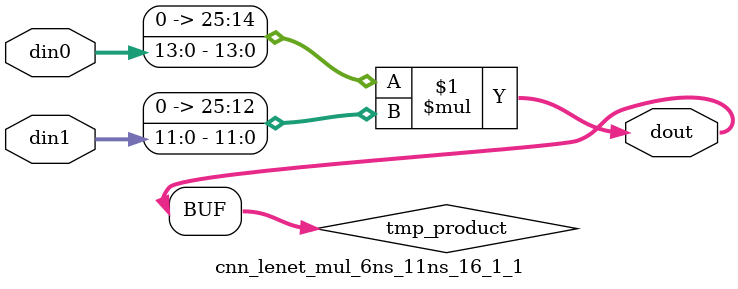
<source format=v>

`timescale 1 ns / 1 ps

  module cnn_lenet_mul_6ns_11ns_16_1_1(din0, din1, dout);
parameter ID = 1;
parameter NUM_STAGE = 0;
parameter din0_WIDTH = 14;
parameter din1_WIDTH = 12;
parameter dout_WIDTH = 26;

input [din0_WIDTH - 1 : 0] din0; 
input [din1_WIDTH - 1 : 0] din1; 
output [dout_WIDTH - 1 : 0] dout;

wire signed [dout_WIDTH - 1 : 0] tmp_product;










assign tmp_product = $signed({1'b0, din0}) * $signed({1'b0, din1});











assign dout = tmp_product;







endmodule

</source>
